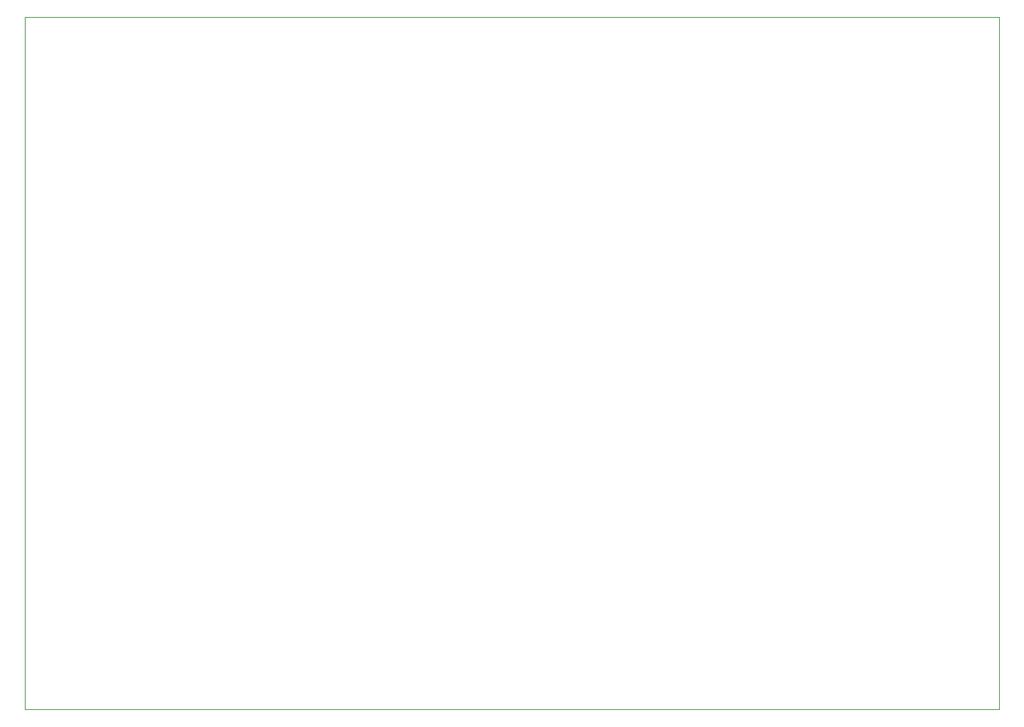
<source format=gbr>
%TF.GenerationSoftware,KiCad,Pcbnew,(5.1.6)-1*%
%TF.CreationDate,2022-02-03T11:07:05+01:00*%
%TF.ProjectId,Omniplex,4f6d6e69-706c-4657-982e-6b696361645f,rev?*%
%TF.SameCoordinates,Original*%
%TF.FileFunction,Profile,NP*%
%FSLAX46Y46*%
G04 Gerber Fmt 4.6, Leading zero omitted, Abs format (unit mm)*
G04 Created by KiCad (PCBNEW (5.1.6)-1) date 2022-02-03 11:07:05*
%MOMM*%
%LPD*%
G01*
G04 APERTURE LIST*
%TA.AperFunction,Profile*%
%ADD10C,0.050000*%
%TD*%
G04 APERTURE END LIST*
D10*
X141605000Y-57785000D02*
X57150000Y-57785000D01*
X173355000Y-57785000D02*
X141605000Y-57785000D01*
X173355000Y-106680000D02*
X173355000Y-57785000D01*
X173355000Y-106680000D02*
X173355000Y-140335000D01*
X129540000Y-140335000D02*
X173355000Y-140335000D01*
X57150000Y-140335000D02*
X129540000Y-140335000D01*
X57150000Y-139065000D02*
X57150000Y-140335000D01*
X57150000Y-72390000D02*
X57150000Y-139065000D01*
X57150000Y-57785000D02*
X57150000Y-72390000D01*
M02*

</source>
